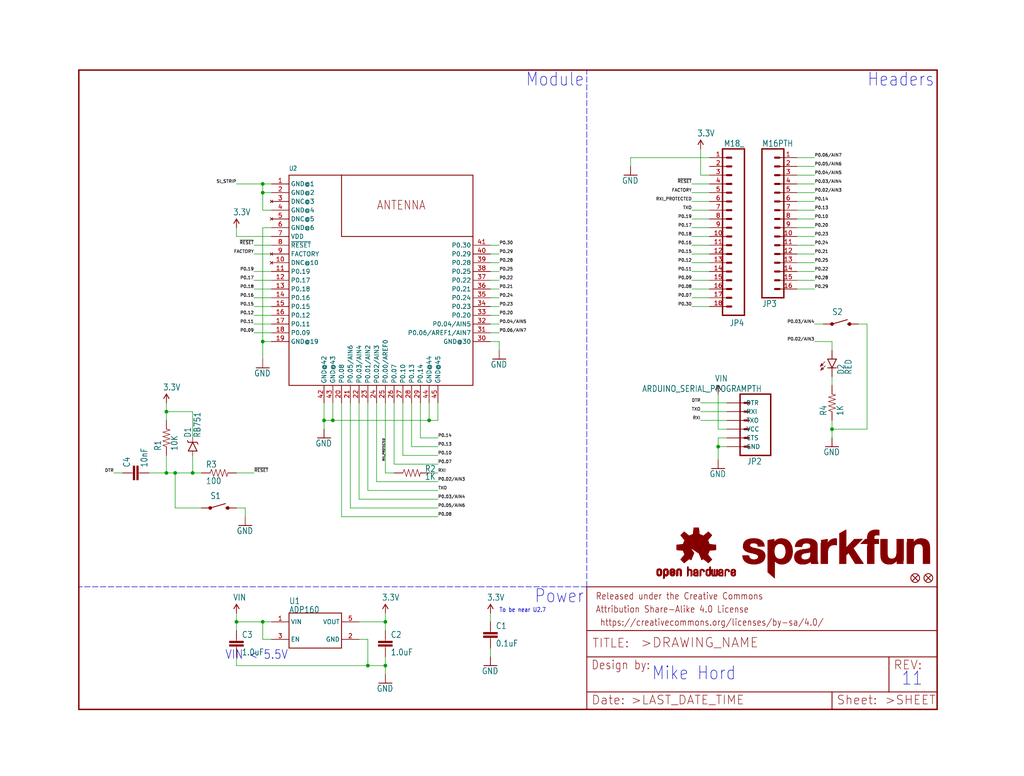
<source format=kicad_sch>
(kicad_sch (version 20211123) (generator eeschema)
  (paper "User" 297.002 225.069)
  (lib_symbols
    (symbol "schematicEagle-eagle-import:0.1UF-25V(+80{slash}-20%)(0603)"
      (property "Reference" "C" (at 1.524 2.921 0))
      (property "Value" "0.1UF-25V(+80{slash}-20%)(0603)" (at 1.524 -2.159 0))
      (symbol "0.1UF-25V(+80{slash}-20%)(0603)_1_0"
        (pin passive line (at 0 5.08 270) (length 2.54) (name "1") (number "1"))
        (pin passive line (at 0 -2.54 90) (length 2.54) (name "2") (number "2"))
      )
    )
    (symbol "schematicEagle-eagle-import:1.0UF-16V-10%(0603)"
      (property "Reference" "C" (at 1.524 2.921 0))
      (property "Value" "1.0UF-16V-10%(0603)" (at 1.524 -2.159 0))
      (symbol "1.0UF-16V-10%(0603)_1_0"
        (pin passive line (at 0 5.08 270) (length 2.54) (name "1") (number "1"))
        (pin passive line (at 0 -2.54 90) (length 2.54) (name "2") (number "2"))
      )
    )
    (symbol "schematicEagle-eagle-import:100OHM-1{slash}10W-1%(0603)"
      (property "Reference" "R" (at -3.81 1.4986 0))
      (property "Value" "100OHM-1{slash}10W-1%(0603)" (at -3.81 -3.302 0))
      (symbol "100OHM-1{slash}10W-1%(0603)_1_0"
        (pin passive line (at -5.08 0 0) (length 2.54) (name "1") (number "1"))
        (pin passive line (at 5.08 0 180) (length 2.54) (name "2") (number "2"))
      )
    )
    (symbol "schematicEagle-eagle-import:10KOHM-1{slash}10W-1%(0603)0603"
      (property "Reference" "R" (at -3.81 1.4986 0))
      (property "Value" "10KOHM-1{slash}10W-1%(0603)0603" (at -3.81 -3.302 0))
      (symbol "10KOHM-1{slash}10W-1%(0603)0603_1_0"
        (pin passive line (at -5.08 0 0) (length 2.54) (name "1") (number "1"))
        (pin passive line (at 5.08 0 180) (length 2.54) (name "2") (number "2"))
      )
    )
    (symbol "schematicEagle-eagle-import:10NF{slash}10000PF-50V-10%(0603)"
      (property "Reference" "C" (at 1.524 2.921 0))
      (property "Value" "10NF{slash}10000PF-50V-10%(0603)" (at 1.524 -2.159 0))
      (symbol "10NF{slash}10000PF-50V-10%(0603)_1_0"
        (pin passive line (at 0 5.08 270) (length 2.54) (name "1") (number "1"))
        (pin passive line (at 0 -2.54 90) (length 2.54) (name "2") (number "2"))
      )
    )
    (symbol "schematicEagle-eagle-import:1KOHM-1{slash}10W-1%(0603)"
      (property "Reference" "R" (at -3.81 1.4986 0))
      (property "Value" "1KOHM-1{slash}10W-1%(0603)" (at -3.81 -3.302 0))
      (symbol "1KOHM-1{slash}10W-1%(0603)_1_0"
        (pin passive line (at -5.08 0 0) (length 2.54) (name "1") (number "1"))
        (pin passive line (at 5.08 0 180) (length 2.54) (name "2") (number "2"))
      )
    )
    (symbol "schematicEagle-eagle-import:3.3V" (power)
      (property "Value" "3.3V" (at -1.016 3.556 0))
      (symbol "3.3V_1_0"
        (pin power_in line (at 0 0 90) (length 2.54) (name "3.3V") (number "1"))
      )
    )
    (symbol "schematicEagle-eagle-import:ADP160"
      (property "Reference" "U" (at -7.62 7.62 0))
      (property "Value" "ADP160" (at -7.62 5.08 0))
      (symbol "ADP160_1_0"
        (pin bidirectional line (at -12.7 2.54 0) (length 5.08) (name "VIN") (number "1"))
        (pin bidirectional line (at 12.7 -2.54 180) (length 5.08) (name "GND") (number "2"))
        (pin bidirectional line (at -12.7 -2.54 0) (length 5.08) (name "EN") (number "3"))
        (pin bidirectional line (at 12.7 2.54 180) (length 5.08) (name "VOUT") (number "5"))
      )
    )
    (symbol "schematicEagle-eagle-import:ARDUINO_SERIAL_PROGRAMPTH"
      (property "Reference" "JP" (at -5.08 10.922 0))
      (property "Value" "ARDUINO_SERIAL_PROGRAMPTH" (at -5.08 -10.16 0))
      (symbol "ARDUINO_SERIAL_PROGRAMPTH_1_0"
        (pin passive line (at 5.08 -5.08 180) (length 5.08) (name "DTR") (number "1"))
        (pin passive line (at 5.08 -2.54 180) (length 5.08) (name "RXI") (number "2"))
        (pin passive line (at 5.08 0 180) (length 5.08) (name "TXO") (number "3"))
        (pin passive line (at 5.08 2.54 180) (length 5.08) (name "VCC") (number "4"))
        (pin passive line (at 5.08 5.08 180) (length 5.08) (name "CTS") (number "5"))
        (pin passive line (at 5.08 7.62 180) (length 5.08) (name "GND") (number "6"))
      )
    )
    (symbol "schematicEagle-eagle-import:DIODE-SCHOTTKY-RB751"
      (property "Reference" "D" (at 2.54 0.4826 0))
      (property "Value" "DIODE-SCHOTTKY-RB751" (at 2.54 -2.3114 0))
      (symbol "DIODE-SCHOTTKY-RB751_1_0"
        (pin passive line (at -2.54 0 0) (length 0) (name "A") (number "A"))
        (pin passive line (at 2.54 0 180) (length 0) (name "C") (number "C"))
      )
    )
    (symbol "schematicEagle-eagle-import:FIDUCIALUFIDUCIAL")
    (symbol "schematicEagle-eagle-import:FRAME-LETTER"
      (symbol "FRAME-LETTER_2_0"
        (text " https://creativecommons.org/licenses/by-sa/4.0/" (at 2.54 24.13 0) (effects (font (size 1.9304 1.6408)) (justify left bottom)))
        (text ">DRAWING_NAME" (at 15.494 17.78 0) (effects (font (size 2.7432 2.7432)) (justify left bottom)))
        (text ">LAST_DATE_TIME" (at 12.7 1.27 0) (effects (font (size 2.54 2.54)) (justify left bottom)))
        (text ">SHEET" (at 86.36 1.27 0) (effects (font (size 2.54 2.54)) (justify left bottom)))
        (text "Attribution Share-Alike 4.0 License" (at 2.54 27.94 0) (effects (font (size 1.9304 1.6408)) (justify left bottom)))
        (text "Date:" (at 1.27 1.27 0) (effects (font (size 2.54 2.54)) (justify left bottom)))
        (text "Design by:" (at 1.27 11.43 0) (effects (font (size 2.54 2.159)) (justify left bottom)))
        (text "Released under the Creative Commons" (at 2.54 31.75 0) (effects (font (size 1.9304 1.6408)) (justify left bottom)))
        (text "REV:" (at 88.9 11.43 0) (effects (font (size 2.54 2.54)) (justify left bottom)))
        (text "Sheet:" (at 72.39 1.27 0) (effects (font (size 2.54 2.54)) (justify left bottom)))
        (text "TITLE:" (at 1.524 17.78 0) (effects (font (size 2.54 2.54)) (justify left bottom)))
      )
    )
    (symbol "schematicEagle-eagle-import:GND" (power)
      (property "Value" "GND" (at -2.54 -2.54 0))
      (symbol "GND_1_0"
        (pin power_in line (at 0 2.54 270) (length 2.54) (name "GND") (number "1"))
      )
    )
    (symbol "schematicEagle-eagle-import:LED-RED0603"
      (property "Reference" "D" (at 3.556 -4.572 90))
      (property "Value" "LED-RED0603" (at 5.715 -4.572 90))
      (symbol "LED-RED0603_1_0"
        (pin passive line (at 0 2.54 270) (length 2.54) (name "A") (number "A"))
        (pin passive line (at 0 -5.08 90) (length 2.54) (name "C") (number "C"))
      )
    )
    (symbol "schematicEagle-eagle-import:M16PTH"
      (property "Reference" "JP" (at 0 21.082 0))
      (property "Value" "M16PTH" (at 0 -25.4 0))
      (symbol "M16PTH_1_0"
        (pin passive line (at 10.16 -20.32 180) (length 5.08) (name "1") (number "1"))
        (pin passive line (at 10.16 2.54 180) (length 5.08) (name "10") (number "10"))
        (pin passive line (at 10.16 5.08 180) (length 5.08) (name "11") (number "11"))
        (pin passive line (at 10.16 7.62 180) (length 5.08) (name "12") (number "12"))
        (pin passive line (at 10.16 10.16 180) (length 5.08) (name "13") (number "13"))
        (pin passive line (at 10.16 12.7 180) (length 5.08) (name "14") (number "14"))
        (pin passive line (at 10.16 15.24 180) (length 5.08) (name "15") (number "15"))
        (pin passive line (at 10.16 17.78 180) (length 5.08) (name "16") (number "16"))
        (pin passive line (at 10.16 -17.78 180) (length 5.08) (name "2") (number "2"))
        (pin passive line (at 10.16 -15.24 180) (length 5.08) (name "3") (number "3"))
        (pin passive line (at 10.16 -12.7 180) (length 5.08) (name "4") (number "4"))
        (pin passive line (at 10.16 -10.16 180) (length 5.08) (name "5") (number "5"))
        (pin passive line (at 10.16 -7.62 180) (length 5.08) (name "6") (number "6"))
        (pin passive line (at 10.16 -5.08 180) (length 5.08) (name "7") (number "7"))
        (pin passive line (at 10.16 -2.54 180) (length 5.08) (name "8") (number "8"))
        (pin passive line (at 10.16 0 180) (length 5.08) (name "9") (number "9"))
      )
    )
    (symbol "schematicEagle-eagle-import:M18_"
      (property "Reference" "JP" (at -2.54 24.13 0))
      (property "Value" "M18_" (at -2.54 -27.94 0))
      (symbol "M18__1_0"
        (pin passive line (at 7.62 -22.86 180) (length 5.08) (name "1") (number "1"))
        (pin passive line (at 7.62 0 180) (length 5.08) (name "10") (number "10"))
        (pin passive line (at 7.62 2.54 180) (length 5.08) (name "11") (number "11"))
        (pin passive line (at 7.62 5.08 180) (length 5.08) (name "12") (number "12"))
        (pin passive line (at 7.62 7.62 180) (length 5.08) (name "13") (number "13"))
        (pin passive line (at 7.62 10.16 180) (length 5.08) (name "14") (number "14"))
        (pin passive line (at 7.62 12.7 180) (length 5.08) (name "15") (number "15"))
        (pin passive line (at 7.62 15.24 180) (length 5.08) (name "16") (number "16"))
        (pin passive line (at 7.62 17.78 180) (length 5.08) (name "17") (number "17"))
        (pin passive line (at 7.62 20.32 180) (length 5.08) (name "18") (number "18"))
        (pin passive line (at 7.62 -20.32 180) (length 5.08) (name "2") (number "2"))
        (pin passive line (at 7.62 -17.78 180) (length 5.08) (name "3") (number "3"))
        (pin passive line (at 7.62 -15.24 180) (length 5.08) (name "4") (number "4"))
        (pin passive line (at 7.62 -12.7 180) (length 5.08) (name "5") (number "5"))
        (pin passive line (at 7.62 -10.16 180) (length 5.08) (name "6") (number "6"))
        (pin passive line (at 7.62 -7.62 180) (length 5.08) (name "7") (number "7"))
        (pin passive line (at 7.62 -5.08 180) (length 5.08) (name "8") (number "8"))
        (pin passive line (at 7.62 -2.54 180) (length 5.08) (name "9") (number "9"))
      )
    )
    (symbol "schematicEagle-eagle-import:OSHW-LOGOS")
    (symbol "schematicEagle-eagle-import:RFD77101"
      (property "Value" "RFD77101" (at 17.78 34.036 0))
      (symbol "RFD77101_1_0"
        (text "ANTENNA" (at 0 22.86 0) (effects (font (size 2.54 2.159)) (justify left bottom)))
        (pin power_in line (at -30.48 30.48 0) (length 5.08) (name "GND@1") (number "1"))
        (pin no_connect line (at -30.48 7.62 0) (length 5.08) (name "DNC@10") (number "10"))
        (pin bidirectional line (at -30.48 5.08 0) (length 5.08) (name "P0.19") (number "11"))
        (pin bidirectional line (at -30.48 2.54 0) (length 5.08) (name "P0.17") (number "12"))
        (pin bidirectional line (at -30.48 0 0) (length 5.08) (name "P0.18") (number "13"))
        (pin bidirectional line (at -30.48 -2.54 0) (length 5.08) (name "P0.16") (number "14"))
        (pin bidirectional line (at -30.48 -5.08 0) (length 5.08) (name "P0.15") (number "15"))
        (pin bidirectional line (at -30.48 -7.62 0) (length 5.08) (name "P0.12") (number "16"))
        (pin bidirectional line (at -30.48 -10.16 0) (length 5.08) (name "P0.11") (number "17"))
        (pin bidirectional line (at -30.48 -12.7 0) (length 5.08) (name "P0.09") (number "18"))
        (pin power_in line (at -30.48 -15.24 0) (length 5.08) (name "GND@19") (number "19"))
        (pin power_in line (at -30.48 27.94 0) (length 5.08) (name "GND@2") (number "2"))
        (pin bidirectional line (at -10.16 -33.02 90) (length 5.08) (name "P0.08") (number "20"))
        (pin bidirectional line (at -7.62 -33.02 90) (length 5.08) (name "P0.05/AIN6") (number "21"))
        (pin bidirectional line (at -5.08 -33.02 90) (length 5.08) (name "P0.03/AIN4") (number "22"))
        (pin bidirectional line (at -2.54 -33.02 90) (length 5.08) (name "P0.01/AIN2") (number "23"))
        (pin bidirectional line (at 0 -33.02 90) (length 5.08) (name "P0.02/AIN3") (number "24"))
        (pin bidirectional line (at 2.54 -33.02 90) (length 5.08) (name "P0.00/AREF0") (number "25"))
        (pin bidirectional line (at 5.08 -33.02 90) (length 5.08) (name "P0.07") (number "26"))
        (pin bidirectional line (at 7.62 -33.02 90) (length 5.08) (name "P0.10") (number "27"))
        (pin bidirectional line (at 10.16 -33.02 90) (length 5.08) (name "P0.13") (number "28"))
        (pin bidirectional line (at 12.7 -33.02 90) (length 5.08) (name "P0.14") (number "29"))
        (pin no_connect line (at -30.48 25.4 0) (length 5.08) (name "DNC@3") (number "3"))
        (pin power_in line (at 33.02 -15.24 180) (length 5.08) (name "GND@30") (number "30"))
        (pin bidirectional line (at 33.02 -12.7 180) (length 5.08) (name "P0.06/AREF1/AIN7") (number "31"))
        (pin bidirectional line (at 33.02 -10.16 180) (length 5.08) (name "P0.04/AIN5") (number "32"))
        (pin bidirectional line (at 33.02 -7.62 180) (length 5.08) (name "P0.20") (number "33"))
        (pin bidirectional line (at 33.02 -5.08 180) (length 5.08) (name "P0.23") (number "34"))
        (pin bidirectional line (at 33.02 -2.54 180) (length 5.08) (name "P0.24") (number "35"))
        (pin bidirectional line (at 33.02 0 180) (length 5.08) (name "P0.21") (number "36"))
        (pin bidirectional line (at 33.02 2.54 180) (length 5.08) (name "P0.22") (number "37"))
        (pin bidirectional line (at 33.02 5.08 180) (length 5.08) (name "P0.25") (number "38"))
        (pin bidirectional line (at 33.02 7.62 180) (length 5.08) (name "P0.28") (number "39"))
        (pin power_in line (at -30.48 22.86 0) (length 5.08) (name "GND@4") (number "4"))
        (pin bidirectional line (at 33.02 10.16 180) (length 5.08) (name "P0.29") (number "40"))
        (pin bidirectional line (at 33.02 12.7 180) (length 5.08) (name "P0.30") (number "41"))
        (pin power_in line (at -15.24 -33.02 90) (length 5.08) (name "GND@42") (number "42"))
        (pin power_in line (at -12.7 -33.02 90) (length 5.08) (name "GND@43") (number "43"))
        (pin power_in line (at 15.24 -33.02 90) (length 5.08) (name "GND@44") (number "44"))
        (pin power_in line (at 17.78 -33.02 90) (length 5.08) (name "GND@45") (number "45"))
        (pin no_connect line (at -30.48 20.32 0) (length 5.08) (name "DNC@5") (number "5"))
        (pin power_in line (at -30.48 17.78 0) (length 5.08) (name "GND@6") (number "6"))
        (pin power_in line (at -30.48 15.24 0) (length 5.08) (name "VDD") (number "7"))
        (pin input line (at -30.48 12.7 0) (length 5.08) (name "~{RESET}") (number "8"))
        (pin no_connect line (at -30.48 10.16 0) (length 5.08) (name "FACTORY") (number "9"))
      )
    )
    (symbol "schematicEagle-eagle-import:SFE_LOGO_NAME.1_INCH")
    (symbol "schematicEagle-eagle-import:SWITCH-MOMENTARY-2SMD"
      (property "Reference" "S" (at -2.54 2.54 0))
      (property "Value" "SWITCH-MOMENTARY-2SMD" (at -2.54 -2.54 0))
      (symbol "SWITCH-MOMENTARY-2SMD_1_0"
        (pin passive line (at -5.08 0 0) (length 2.54) (name "1") (number "1"))
        (pin passive line (at 5.08 0 180) (length 2.54) (name "2") (number "3"))
      )
    )
    (symbol "schematicEagle-eagle-import:VIN" (power)
      (property "Value" "VIN" (at -1.016 3.556 0))
      (symbol "VIN_1_0"
        (pin power_in line (at 0 0 90) (length 2.54) (name "VIN") (number "1"))
      )
    )
  )
  (junction (at 48.26 119.38))
  (junction (at 111.76 180.34))
  (junction (at 76.2 55.88))
  (junction (at 76.2 180.34))
  (junction (at 93.98 121.92))
  (junction (at 48.26 137.16))
  (junction (at 76.2 53.34))
  (junction (at 96.52 121.92))
  (junction (at 106.68 193.04))
  (junction (at 111.76 193.04))
  (junction (at 50.8 137.16))
  (junction (at 68.58 180.34))
  (junction (at 76.2 99.06))
  (junction (at 55.88 137.16))
  (junction (at 124.46 121.92))
  (junction (at 241.3 124.46))
  (junction (at 208.28 129.54))
  (wire (pts (xy 68.58 190.5) (xy 68.58 193.04)))
  (wire (pts (xy 76.2 55.88) (xy 76.2 53.34)))
  (wire (pts (xy 96.52 116.84) (xy 96.52 121.92)))
  (wire (pts (xy 114.3 116.84) (xy 114.3 134.62)))
  (wire (pts (xy 231.14 58.42) (xy 236.22 58.42)))
  (wire (pts (xy 76.2 99.06) (xy 76.2 104.14)))
  (wire (pts (xy 231.14 45.72) (xy 236.22 45.72)))
  (wire (pts (xy 76.2 180.34) (xy 78.74 180.34)))
  (wire (pts (xy 104.14 116.84) (xy 104.14 144.78)))
  (wire (pts (xy 78.74 55.88) (xy 76.2 55.88)))
  (wire (pts (xy 231.14 60.96) (xy 236.22 60.96)))
  (wire (pts (xy 114.3 134.62) (xy 127 134.62)))
  (wire (pts (xy 205.74 83.82) (xy 200.66 83.82)))
  (wire (pts (xy 119.38 129.54) (xy 127 129.54)))
  (wire (pts (xy 101.6 147.32) (xy 127 147.32)))
  (wire (pts (xy 142.24 96.52) (xy 144.78 96.52)))
  (wire (pts (xy 142.24 81.28) (xy 144.78 81.28)))
  (wire (pts (xy 73.66 86.36) (xy 78.74 86.36)))
  (wire (pts (xy 78.74 185.42) (xy 76.2 185.42)))
  (wire (pts (xy 78.74 91.44) (xy 73.66 91.44)))
  (wire (pts (xy 104.14 144.78) (xy 127 144.78)))
  (wire (pts (xy 104.14 180.34) (xy 111.76 180.34)))
  (wire (pts (xy 93.98 116.84) (xy 93.98 121.92)))
  (wire (pts (xy 78.74 93.98) (xy 73.66 93.98)))
  (wire (pts (xy 241.3 101.6) (xy 241.3 99.06)))
  (wire (pts (xy 58.42 147.32) (xy 50.8 147.32)))
  (wire (pts (xy 68.58 68.58) (xy 68.58 66.04)))
  (wire (pts (xy 205.74 86.36) (xy 200.66 86.36)))
  (wire (pts (xy 203.2 50.8) (xy 203.2 43.18)))
  (wire (pts (xy 205.74 53.34) (xy 200.66 53.34)))
  (wire (pts (xy 241.3 109.22) (xy 241.3 111.76)))
  (wire (pts (xy 76.2 99.06) (xy 76.2 66.04)))
  (wire (pts (xy 205.74 55.88) (xy 200.66 55.88)))
  (wire (pts (xy 71.12 147.32) (xy 71.12 149.86)))
  (wire (pts (xy 109.22 139.7) (xy 127 139.7)))
  (wire (pts (xy 68.58 182.88) (xy 68.58 180.34)))
  (wire (pts (xy 55.88 137.16) (xy 55.88 132.08)))
  (wire (pts (xy 142.24 88.9) (xy 144.78 88.9)))
  (wire (pts (xy 144.78 99.06) (xy 144.78 101.6)))
  (wire (pts (xy 241.3 99.06) (xy 236.22 99.06)))
  (wire (pts (xy 142.24 86.36) (xy 144.78 86.36)))
  (wire (pts (xy 111.76 116.84) (xy 111.76 137.16)))
  (wire (pts (xy 68.58 193.04) (xy 106.68 193.04)))
  (wire (pts (xy 55.88 119.38) (xy 48.26 119.38)))
  (wire (pts (xy 111.76 137.16) (xy 114.3 137.16)))
  (wire (pts (xy 111.76 193.04) (xy 106.68 193.04)))
  (wire (pts (xy 210.82 116.84) (xy 203.2 116.84)))
  (wire (pts (xy 101.6 116.84) (xy 101.6 147.32)))
  (wire (pts (xy 142.24 78.74) (xy 144.78 78.74)))
  (wire (pts (xy 231.14 78.74) (xy 236.22 78.74)))
  (wire (pts (xy 93.98 121.92) (xy 93.98 124.46)))
  (wire (pts (xy 119.38 116.84) (xy 119.38 129.54)))
  (wire (pts (xy 68.58 177.8) (xy 68.58 180.34)))
  (wire (pts (xy 111.76 177.8) (xy 111.76 180.34)))
  (wire (pts (xy 210.82 127) (xy 208.28 127)))
  (wire (pts (xy 68.58 137.16) (xy 73.66 137.16)))
  (wire (pts (xy 78.74 66.04) (xy 76.2 66.04)))
  (wire (pts (xy 76.2 185.42) (xy 76.2 180.34)))
  (wire (pts (xy 142.24 180.34) (xy 142.24 177.8)))
  (polyline (pts (xy 170.18 170.18) (xy 170.18 20.32)))
  (wire (pts (xy 231.14 48.26) (xy 236.22 48.26)))
  (wire (pts (xy 182.88 45.72) (xy 205.74 45.72)))
  (wire (pts (xy 231.14 71.12) (xy 236.22 71.12)))
  (wire (pts (xy 106.68 142.24) (xy 127 142.24)))
  (wire (pts (xy 205.74 63.5) (xy 200.66 63.5)))
  (wire (pts (xy 78.74 60.96) (xy 76.2 60.96)))
  (wire (pts (xy 142.24 93.98) (xy 144.78 93.98)))
  (wire (pts (xy 231.14 50.8) (xy 236.22 50.8)))
  (wire (pts (xy 210.82 119.38) (xy 203.2 119.38)))
  (wire (pts (xy 43.18 137.16) (xy 48.26 137.16)))
  (wire (pts (xy 48.26 137.16) (xy 48.26 132.08)))
  (wire (pts (xy 124.46 137.16) (xy 127 137.16)))
  (wire (pts (xy 231.14 66.04) (xy 236.22 66.04)))
  (wire (pts (xy 106.68 185.42) (xy 106.68 193.04)))
  (wire (pts (xy 203.2 50.8) (xy 205.74 50.8)))
  (wire (pts (xy 251.46 93.98) (xy 251.46 124.46)))
  (wire (pts (xy 208.28 127) (xy 208.28 129.54)))
  (wire (pts (xy 73.66 81.28) (xy 78.74 81.28)))
  (wire (pts (xy 55.88 137.16) (xy 58.42 137.16)))
  (wire (pts (xy 96.52 121.92) (xy 124.46 121.92)))
  (wire (pts (xy 111.76 180.34) (xy 111.76 182.88)))
  (wire (pts (xy 142.24 83.82) (xy 144.78 83.82)))
  (wire (pts (xy 68.58 180.34) (xy 76.2 180.34)))
  (wire (pts (xy 231.14 73.66) (xy 236.22 73.66)))
  (wire (pts (xy 142.24 71.12) (xy 144.78 71.12)))
  (wire (pts (xy 106.68 116.84) (xy 106.68 142.24)))
  (wire (pts (xy 205.74 66.04) (xy 200.66 66.04)))
  (wire (pts (xy 231.14 63.5) (xy 236.22 63.5)))
  (wire (pts (xy 205.74 78.74) (xy 200.66 78.74)))
  (wire (pts (xy 48.26 121.92) (xy 48.26 119.38)))
  (wire (pts (xy 78.74 68.58) (xy 68.58 68.58)))
  (wire (pts (xy 208.28 129.54) (xy 210.82 129.54)))
  (wire (pts (xy 142.24 76.2) (xy 144.78 76.2)))
  (wire (pts (xy 205.74 68.58) (xy 200.66 68.58)))
  (wire (pts (xy 248.92 93.98) (xy 251.46 93.98)))
  (wire (pts (xy 116.84 132.08) (xy 127 132.08)))
  (wire (pts (xy 241.3 121.92) (xy 241.3 124.46)))
  (wire (pts (xy 241.3 124.46) (xy 241.3 127)))
  (wire (pts (xy 99.06 149.86) (xy 127 149.86)))
  (wire (pts (xy 231.14 83.82) (xy 236.22 83.82)))
  (wire (pts (xy 55.88 127) (xy 55.88 119.38)))
  (wire (pts (xy 127 121.92) (xy 127 116.84)))
  (wire (pts (xy 78.74 99.06) (xy 76.2 99.06)))
  (wire (pts (xy 35.56 137.16) (xy 33.02 137.16)))
  (wire (pts (xy 111.76 195.58) (xy 111.76 193.04)))
  (wire (pts (xy 76.2 60.96) (xy 76.2 55.88)))
  (wire (pts (xy 142.24 187.96) (xy 142.24 190.5)))
  (wire (pts (xy 76.2 53.34) (xy 78.74 53.34)))
  (wire (pts (xy 73.66 83.82) (xy 78.74 83.82)))
  (wire (pts (xy 205.74 81.28) (xy 200.66 81.28)))
  (wire (pts (xy 48.26 137.16) (xy 50.8 137.16)))
  (wire (pts (xy 205.74 73.66) (xy 200.66 73.66)))
  (wire (pts (xy 124.46 121.92) (xy 127 121.92)))
  (wire (pts (xy 50.8 137.16) (xy 55.88 137.16)))
  (wire (pts (xy 124.46 121.92) (xy 124.46 116.84)))
  (wire (pts (xy 231.14 76.2) (xy 236.22 76.2)))
  (wire (pts (xy 50.8 147.32) (xy 50.8 137.16)))
  (wire (pts (xy 231.14 53.34) (xy 236.22 53.34)))
  (polyline (pts (xy 170.18 170.18) (xy 22.86 170.18)))
  (wire (pts (xy 231.14 68.58) (xy 236.22 68.58)))
  (wire (pts (xy 116.84 116.84) (xy 116.84 132.08)))
  (wire (pts (xy 78.74 88.9) (xy 73.66 88.9)))
  (wire (pts (xy 109.22 116.84) (xy 109.22 139.7)))
  (wire (pts (xy 48.26 119.38) (xy 48.26 116.84)))
  (wire (pts (xy 231.14 81.28) (xy 236.22 81.28)))
  (wire (pts (xy 121.92 127) (xy 127 127)))
  (wire (pts (xy 78.74 96.52) (xy 73.66 96.52)))
  (wire (pts (xy 208.28 114.3) (xy 208.28 124.46)))
  (wire (pts (xy 121.92 116.84) (xy 121.92 127)))
  (wire (pts (xy 210.82 121.92) (xy 203.2 121.92)))
  (wire (pts (xy 205.74 88.9) (xy 200.66 88.9)))
  (wire (pts (xy 205.74 76.2) (xy 200.66 76.2)))
  (wire (pts (xy 251.46 124.46) (xy 241.3 124.46)))
  (wire (pts (xy 78.74 71.12) (xy 73.66 71.12)))
  (wire (pts (xy 76.2 53.34) (xy 68.58 53.34)))
  (wire (pts (xy 73.66 78.74) (xy 78.74 78.74)))
  (wire (pts (xy 111.76 190.5) (xy 111.76 193.04)))
  (wire (pts (xy 231.14 55.88) (xy 236.22 55.88)))
  (wire (pts (xy 93.98 121.92) (xy 96.52 121.92)))
  (wire (pts (xy 104.14 185.42) (xy 106.68 185.42)))
  (wire (pts (xy 142.24 73.66) (xy 144.78 73.66)))
  (wire (pts (xy 205.74 60.96) (xy 200.66 60.96)))
  (wire (pts (xy 205.74 58.42) (xy 200.66 58.42)))
  (wire (pts (xy 238.76 93.98) (xy 236.22 93.98)))
  (wire (pts (xy 99.06 116.84) (xy 99.06 149.86)))
  (wire (pts (xy 208.28 124.46) (xy 210.82 124.46)))
  (wire (pts (xy 78.74 73.66) (xy 73.66 73.66)))
  (wire (pts (xy 142.24 91.44) (xy 144.78 91.44)))
  (wire (pts (xy 208.28 133.35) (xy 208.28 129.54)))
  (wire (pts (xy 68.58 147.32) (xy 71.12 147.32)))
  (wire (pts (xy 205.74 71.12) (xy 200.66 71.12)))
  (wire (pts (xy 142.24 99.06) (xy 144.78 99.06)))
  (wire (pts (xy 182.88 48.26) (xy 182.88 45.72)))
  (text "11" (at 261.366 199.136 180) (effects (font (size 3.81 3.2385)) (justify left bottom)))
  (text "To be near U2.7" (at 144.78 177.8 180) (effects (font (size 1.27 1.0795)) (justify left bottom)))
  (text "Power" (at 154.94 175.26 180) (effects (font (size 3.81 3.2385)) (justify left bottom)))
  (text "Headers" (at 251.46 25.4 180) (effects (font (size 3.81 3.2385)) (justify left bottom)))
  (text "VIN < 5.5V" (at 65.278 191.516 180) (effects (font (size 2.54 2.159)) (justify left bottom)))
  (text "Mike Hord" (at 188.976 197.612 180) (effects (font (size 3.81 3.2385)) (justify left bottom)))
  (text "Module" (at 152.4 25.4 180) (effects (font (size 3.81 3.2385)) (justify left bottom)))
  (label "P0.14" (at 127 127 0) (effects (font (size 0.889 0.889))))
  (label "P0.22" (at 236.22 78.74 0) (effects (font (size 0.889 0.889))))
  (label "P0.07" (at 127 134.62 0) (effects (font (size 0.889 0.889))))
  (label "P0.30" (at 200.66 88.9 180) (effects (font (size 0.889 0.889))))
  (label "DTR" (at 203.2 116.84 180) (effects (font (size 0.889 0.889))))
  (label "P0.21" (at 144.78 83.82 0) (effects (font (size 0.889 0.889))))
  (label "P0.08" (at 200.66 83.82 180) (effects (font (size 0.889 0.889))))
  (label "~{RESET}" (at 73.66 71.12 180) (effects (font (size 0.889 0.889))))
  (label "P0.13" (at 127 129.54 0) (effects (font (size 0.889 0.889))))
  (label "P0.02/AIN3" (at 127 139.7 0) (effects (font (size 0.889 0.889))))
  (label "P0.12" (at 73.66 91.44 180) (effects (font (size 0.889 0.889))))
  (label "TXO" (at 203.2 119.38 180) (effects (font (size 0.889 0.889))))
  (label "P0.04/AIN5" (at 236.22 50.8 0) (effects (font (size 0.889 0.889))))
  (label "~{RESET}" (at 73.66 137.16 0) (effects (font (size 0.889 0.889))))
  (label "P0.20" (at 236.22 66.04 0) (effects (font (size 0.889 0.889))))
  (label "P0.19" (at 73.66 78.74 180) (effects (font (size 0.889 0.889))))
  (label "P0.06/AIN7" (at 144.78 96.52 0) (effects (font (size 0.889 0.889))))
  (label "P0.05/AIN6" (at 236.22 48.26 0) (effects (font (size 0.889 0.889))))
  (label "P0.07" (at 200.66 86.36 180) (effects (font (size 0.889 0.889))))
  (label "RXI_PROTECTED" (at 111.76 127 270) (effects (font (size 0.569 0.569))))
  (label "RXI" (at 127 137.16 0) (effects (font (size 0.889 0.889))))
  (label "P0.05/AIN6" (at 127 147.32 0) (effects (font (size 0.889 0.889))))
  (label "P0.15" (at 200.66 73.66 180) (effects (font (size 0.889 0.889))))
  (label "P0.13" (at 236.22 60.96 0) (effects (font (size 0.889 0.889))))
  (label "P0.03/AIN4" (at 127 144.78 0) (effects (font (size 0.889 0.889))))
  (label "P0.02/AIN3" (at 236.22 99.06 180) (effects (font (size 0.889 0.889))))
  (label "P0.03/AIN4" (at 236.22 93.98 180) (effects (font (size 0.889 0.889))))
  (label "P0.22" (at 144.78 81.28 0) (effects (font (size 0.889 0.889))))
  (label "P0.11" (at 200.66 78.74 180) (effects (font (size 0.889 0.889))))
  (label "P0.16" (at 73.66 86.36 180) (effects (font (size 0.889 0.889))))
  (label "P0.17" (at 200.66 66.04 180) (effects (font (size 0.889 0.889))))
  (label "P0.23" (at 236.22 68.58 0) (effects (font (size 0.889 0.889))))
  (label "SI_STRIP" (at 68.58 53.34 180) (effects (font (size 0.889 0.889))))
  (label "P0.04/AIN5" (at 144.78 93.98 0) (effects (font (size 0.889 0.889))))
  (label "P0.18" (at 200.66 68.58 180) (effects (font (size 0.889 0.889))))
  (label "P0.29" (at 144.78 73.66 0) (effects (font (size 0.889 0.889))))
  (label "P0.16" (at 200.66 71.12 180) (effects (font (size 0.889 0.889))))
  (label "TXO" (at 127 142.24 0) (effects (font (size 0.889 0.889))))
  (label "P0.06/AIN7" (at 236.22 45.72 0) (effects (font (size 0.889 0.889))))
  (label "P0.08" (at 127 149.86 0) (effects (font (size 0.889 0.889))))
  (label "P0.29" (at 236.22 83.82 0) (effects (font (size 0.889 0.889))))
  (label "P0.11" (at 73.66 93.98 180) (effects (font (size 0.889 0.889))))
  (label "DTR" (at 33.02 137.16 180) (effects (font (size 0.889 0.889))))
  (label "P0.24" (at 144.78 86.36 0) (effects (font (size 0.889 0.889))))
  (label "P0.03/AIN4" (at 236.22 53.34 0) (effects (font (size 0.889 0.889))))
  (label "~{RESET}" (at 200.66 53.34 180) (effects (font (size 0.889 0.889))))
  (label "P0.25" (at 144.78 78.74 0) (effects (font (size 0.889 0.889))))
  (label "P0.17" (at 73.66 81.28 180) (effects (font (size 0.889 0.889))))
  (label "P0.18" (at 73.66 83.82 180) (effects (font (size 0.889 0.889))))
  (label "P0.09" (at 73.66 96.52 180) (effects (font (size 0.889 0.889))))
  (label "RXI_PROTECTED" (at 200.66 58.42 180) (effects (font (size 0.889 0.889))))
  (label "FACTORY" (at 73.66 73.66 180) (effects (font (size 0.889 0.889))))
  (label "P0.20" (at 144.78 91.44 0) (effects (font (size 0.889 0.889))))
  (label "FACTORY" (at 200.66 55.88 180) (effects (font (size 0.889 0.889))))
  (label "P0.28" (at 144.78 76.2 0) (effects (font (size 0.889 0.889))))
  (label "TXO" (at 200.66 60.96 180) (effects (font (size 0.889 0.889))))
  (label "P0.10" (at 127 132.08 0) (effects (font (size 0.889 0.889))))
  (label "P0.24" (at 236.22 71.12 0) (effects (font (size 0.889 0.889))))
  (label "P0.21" (at 236.22 73.66 0) (effects (font (size 0.889 0.889))))
  (label "P0.09" (at 200.66 81.28 180) (effects (font (size 0.889 0.889))))
  (label "P0.23" (at 144.78 88.9 0) (effects (font (size 0.889 0.889))))
  (label "P0.10" (at 236.22 63.5 0) (effects (font (size 0.889 0.889))))
  (label "P0.30" (at 144.78 71.12 0) (effects (font (size 0.889 0.889))))
  (label "P0.19" (at 200.66 63.5 180) (effects (font (size 0.889 0.889))))
  (label "P0.14" (at 236.22 58.42 0) (effects (font (size 0.889 0.889))))
  (label "P0.28" (at 236.22 81.28 0) (effects (font (size 0.889 0.889))))
  (label "P0.25" (at 236.22 76.2 0) (effects (font (size 0.889 0.889))))
  (label "P0.02/AIN3" (at 236.22 55.88 0) (effects (font (size 0.889 0.889))))
  (label "RXI" (at 203.2 121.92 180) (effects (font (size 0.889 0.889))))
  (label "P0.15" (at 73.66 88.9 180) (effects (font (size 0.889 0.889))))
  (label "P0.12" (at 200.66 76.2 180) (effects (font (size 0.889 0.889))))
  (symbol (lib_id "schematicEagle-eagle-import:OSHW-LOGOS") (at 201.93 158.75 0) (unit 1)
    (property "Reference" "LOGO4" (effects hide))
    (property "Value" "OSHW-LOGOS" (effects hide))
    (property "Footprint" "schematicEagle:OSHW-LOGO-S" (effects hide))
  )
  (symbol (lib_id "schematicEagle-eagle-import:ADP160") (at 91.44 182.88 0) (unit 1)
    (property "Reference" "U1" (at 83.82 175.26 0) (effects (font (size 1.778 1.5113)) (justify left bottom)))
    (property "Value" "ADP160" (at 83.82 177.8 0) (effects (font (size 1.778 1.5113)) (justify left bottom)))
    (property "Footprint" "schematicEagle:SOT23-5" (effects hide))
  )
  (symbol (lib_id "schematicEagle-eagle-import:GND") (at 208.28 135.89 0) (unit 1)
    (property "Reference" "#GND5" (effects hide))
    (property "Value" "GND" (at 205.74 138.43 0) (effects (font (size 1.778 1.5113)) (justify left bottom)))
    (property "Footprint" "schematicEagle:" (effects hide))
  )
  (symbol (lib_id "schematicEagle-eagle-import:GND") (at 144.78 104.14 0) (unit 1)
    (property "Reference" "#GND4" (effects hide))
    (property "Value" "GND" (at 142.24 106.68 0) (effects (font (size 1.778 1.5113)) (justify left bottom)))
    (property "Footprint" "schematicEagle:" (effects hide))
  )
  (symbol (lib_id "schematicEagle-eagle-import:FRAME-LETTER") (at 22.86 205.74 0) (unit 1)
    (property "Reference" "FRAME1" (effects hide))
    (property "Value" "FRAME-LETTER" (effects hide))
    (property "Footprint" "schematicEagle:CREATIVE_COMMONS" (effects hide))
  )
  (symbol (lib_id "schematicEagle-eagle-import:GND") (at 142.24 193.04 0) (unit 1)
    (property "Reference" "#GND7" (effects hide))
    (property "Value" "GND" (at 139.7 195.58 0) (effects (font (size 1.778 1.5113)) (justify left bottom)))
    (property "Footprint" "schematicEagle:" (effects hide))
  )
  (symbol (lib_id "schematicEagle-eagle-import:DIODE-SCHOTTKY-RB751") (at 55.88 129.54 90) (unit 1)
    (property "Reference" "D1" (at 55.3974 127 0) (effects (font (size 1.778 1.5113)) (justify left bottom)))
    (property "Value" "RB751" (at 58.1914 127 0) (effects (font (size 1.778 1.5113)) (justify left bottom)))
    (property "Footprint" "schematicEagle:SOD-523" (effects hide))
  )
  (symbol (lib_id "schematicEagle-eagle-import:3.3V") (at 48.26 116.84 0) (unit 1)
    (property "Reference" "#SUPPLY8" (effects hide))
    (property "Value" "3.3V" (at 47.244 113.284 0) (effects (font (size 1.778 1.5113)) (justify left bottom)))
    (property "Footprint" "schematicEagle:" (effects hide))
  )
  (symbol (lib_id "schematicEagle-eagle-import:1KOHM-1{slash}10W-1%(0603)") (at 241.3 116.84 90) (unit 1)
    (property "Reference" "R4" (at 239.8014 120.65 0) (effects (font (size 1.778 1.5113)) (justify left bottom)))
    (property "Value" "1K" (at 244.602 120.65 0) (effects (font (size 1.778 1.5113)) (justify left bottom)))
    (property "Footprint" "schematicEagle:0603-RES" (effects hide))
  )
  (symbol (lib_id "schematicEagle-eagle-import:FIDUCIALUFIDUCIAL") (at 265.43 167.64 0) (unit 1)
    (property "Reference" "FID2" (effects hide))
    (property "Value" "FIDUCIALUFIDUCIAL" (effects hide))
    (property "Footprint" "schematicEagle:MICRO-FIDUCIAL" (effects hide))
  )
  (symbol (lib_id "schematicEagle-eagle-import:0.1UF-25V(+80{slash}-20%)(0603)") (at 142.24 185.42 0) (unit 1)
    (property "Reference" "C1" (at 143.764 182.499 0) (effects (font (size 1.778 1.5113)) (justify left bottom)))
    (property "Value" "0.1uF" (at 143.764 187.579 0) (effects (font (size 1.778 1.5113)) (justify left bottom)))
    (property "Footprint" "schematicEagle:0603-CAP" (effects hide))
  )
  (symbol (lib_id "schematicEagle-eagle-import:SWITCH-MOMENTARY-2SMD") (at 243.84 93.98 0) (unit 1)
    (property "Reference" "S2" (at 241.3 91.44 0) (effects (font (size 1.778 1.5113)) (justify left bottom)))
    (property "Value" "SWITCH-MOMENTARY-2SMD" (effects hide))
    (property "Footprint" "schematicEagle:TACTILE-SWITCH-SMD" (effects hide))
  )
  (symbol (lib_id "schematicEagle-eagle-import:1.0UF-16V-10%(0603)") (at 68.58 187.96 0) (unit 1)
    (property "Reference" "C3" (at 70.104 185.039 0) (effects (font (size 1.778 1.5113)) (justify left bottom)))
    (property "Value" "1.0uF" (at 70.104 190.119 0) (effects (font (size 1.778 1.5113)) (justify left bottom)))
    (property "Footprint" "schematicEagle:0603-CAP" (effects hide))
  )
  (symbol (lib_id "schematicEagle-eagle-import:VIN") (at 68.58 177.8 0) (unit 1)
    (property "Reference" "#SUPPLY2" (effects hide))
    (property "Value" "VIN" (at 67.564 174.244 0) (effects (font (size 1.778 1.5113)) (justify left bottom)))
    (property "Footprint" "schematicEagle:" (effects hide))
  )
  (symbol (lib_id "schematicEagle-eagle-import:VIN") (at 208.28 114.3 0) (unit 1)
    (property "Reference" "#SUPPLY3" (effects hide))
    (property "Value" "VIN" (at 207.264 110.744 0) (effects (font (size 1.778 1.5113)) (justify left bottom)))
    (property "Footprint" "schematicEagle:" (effects hide))
  )
  (symbol (lib_id "schematicEagle-eagle-import:OSHW-LOGOS") (at 201.93 158.75 0) (unit 1)
    (property "Reference" "LOGO2" (effects hide))
    (property "Value" "OSHW-LOGOS" (effects hide))
    (property "Footprint" "schematicEagle:OSHW-LOGO-S" (effects hide))
  )
  (symbol (lib_id "schematicEagle-eagle-import:SWITCH-MOMENTARY-2SMD") (at 63.5 147.32 0) (unit 1)
    (property "Reference" "S1" (at 60.96 144.78 0) (effects (font (size 1.778 1.5113)) (justify left bottom)))
    (property "Value" "SWITCH-MOMENTARY-2SMD" (effects hide))
    (property "Footprint" "schematicEagle:TACTILE-SWITCH-SMD" (effects hide))
  )
  (symbol (lib_id "schematicEagle-eagle-import:100OHM-1{slash}10W-1%(0603)") (at 63.5 137.16 0) (unit 1)
    (property "Reference" "R3" (at 59.69 135.6614 0) (effects (font (size 1.778 1.5113)) (justify left bottom)))
    (property "Value" "100" (at 59.69 140.462 0) (effects (font (size 1.778 1.5113)) (justify left bottom)))
    (property "Footprint" "schematicEagle:0603-RES" (effects hide))
  )
  (symbol (lib_id "schematicEagle-eagle-import:10KOHM-1{slash}10W-1%(0603)0603") (at 48.26 127 90) (unit 1)
    (property "Reference" "R1" (at 46.7614 130.81 0) (effects (font (size 1.778 1.5113)) (justify left bottom)))
    (property "Value" "10K" (at 51.562 130.81 0) (effects (font (size 1.778 1.5113)) (justify left bottom)))
    (property "Footprint" "schematicEagle:0603-RES" (effects hide))
  )
  (symbol (lib_id "schematicEagle-eagle-import:FRAME-LETTER") (at 170.18 205.74 0) (unit 2)
    (property "Reference" "FRAME1" (effects hide))
    (property "Value" "FRAME-LETTER" (effects hide))
    (property "Footprint" "schematicEagle:CREATIVE_COMMONS" (effects hide))
  )
  (symbol (lib_id "schematicEagle-eagle-import:GND") (at 182.88 50.8 0) (unit 1)
    (property "Reference" "#GND8" (effects hide))
    (property "Value" "GND" (at 180.34 53.34 0) (effects (font (size 1.778 1.5113)) (justify left bottom)))
    (property "Footprint" "schematicEagle:" (effects hide))
  )
  (symbol (lib_id "schematicEagle-eagle-import:GND") (at 76.2 106.68 0) (unit 1)
    (property "Reference" "#GND2" (effects hide))
    (property "Value" "GND" (at 73.66 109.22 0) (effects (font (size 1.778 1.5113)) (justify left bottom)))
    (property "Footprint" "schematicEagle:" (effects hide))
  )
  (symbol (lib_id "schematicEagle-eagle-import:3.3V") (at 142.24 177.8 0) (unit 1)
    (property "Reference" "#SUPPLY5" (effects hide))
    (property "Value" "3.3V" (at 141.224 174.244 0) (effects (font (size 1.778 1.5113)) (justify left bottom)))
    (property "Footprint" "schematicEagle:" (effects hide))
  )
  (symbol (lib_id "schematicEagle-eagle-import:1.0UF-16V-10%(0603)") (at 111.76 187.96 0) (unit 1)
    (property "Reference" "C2" (at 113.284 185.039 0) (effects (font (size 1.778 1.5113)) (justify left bottom)))
    (property "Value" "1.0uF" (at 113.284 190.119 0) (effects (font (size 1.778 1.5113)) (justify left bottom)))
    (property "Footprint" "schematicEagle:0603-CAP" (effects hide))
  )
  (symbol (lib_id "schematicEagle-eagle-import:10NF{slash}10000PF-50V-10%(0603)") (at 40.64 137.16 90) (unit 1)
    (property "Reference" "C4" (at 37.719 135.636 0) (effects (font (size 1.778 1.5113)) (justify left bottom)))
    (property "Value" "10nF" (at 42.799 135.636 0) (effects (font (size 1.778 1.5113)) (justify left bottom)))
    (property "Footprint" "schematicEagle:0603-CAP" (effects hide))
  )
  (symbol (lib_id "schematicEagle-eagle-import:3.3V") (at 203.2 43.18 0) (unit 1)
    (property "Reference" "#SUPPLY6" (effects hide))
    (property "Value" "3.3V" (at 202.184 39.624 0) (effects (font (size 1.778 1.5113)) (justify left bottom)))
    (property "Footprint" "schematicEagle:" (effects hide))
  )
  (symbol (lib_id "schematicEagle-eagle-import:RFD77101") (at 109.22 83.82 0) (unit 1)
    (property "Reference" "U2" (at 83.82 49.53 0) (effects (font (size 1.27 1.0795)) (justify left bottom)))
    (property "Value" "RFD77101" (at 127 49.784 0) (effects (font (size 1.27 1.0795)) (justify left bottom)))
    (property "Footprint" "schematicEagle:RFD77101" (effects hide))
    (property "Value" "RFD77101" (effects hide))
  )
  (symbol (lib_id "schematicEagle-eagle-import:FIDUCIALUFIDUCIAL") (at 269.24 167.64 0) (unit 1)
    (property "Reference" "FID1" (effects hide))
    (property "Value" "FIDUCIALUFIDUCIAL" (effects hide))
    (property "Footprint" "schematicEagle:MICRO-FIDUCIAL" (effects hide))
  )
  (symbol (lib_id "schematicEagle-eagle-import:1KOHM-1{slash}10W-1%(0603)") (at 119.38 137.16 0) (unit 1)
    (property "Reference" "R2" (at 123.19 136.9314 0) (effects (font (size 1.778 1.5113)) (justify left bottom)))
    (property "Value" "1K" (at 123.19 139.192 0) (effects (font (size 1.778 1.5113)) (justify left bottom)))
    (property "Footprint" "schematicEagle:0603-RES" (effects hide))
  )
  (symbol (lib_id "schematicEagle-eagle-import:GND") (at 71.12 152.4 0) (unit 1)
    (property "Reference" "#GND9" (effects hide))
    (property "Value" "GND" (at 68.58 154.94 0) (effects (font (size 1.778 1.5113)) (justify left bottom)))
    (property "Footprint" "schematicEagle:" (effects hide))
  )
  (symbol (lib_id "schematicEagle-eagle-import:3.3V") (at 68.58 66.04 0) (unit 1)
    (property "Reference" "#SUPPLY1" (effects hide))
    (property "Value" "3.3V" (at 67.564 62.484 0) (effects (font (size 1.778 1.5113)) (justify left bottom)))
    (property "Footprint" "schematicEagle:" (effects hide))
  )
  (symbol (lib_id "schematicEagle-eagle-import:LED-RED0603") (at 241.3 104.14 0) (unit 1)
    (property "Reference" "D2" (at 244.856 108.712 90) (effects (font (size 1.778 1.5113)) (justify left bottom)))
    (property "Value" "RED" (at 247.015 108.712 90) (effects (font (size 1.778 1.5113)) (justify left bottom)))
    (property "Footprint" "schematicEagle:LED-0603" (effects hide))
  )
  (symbol (lib_id "schematicEagle-eagle-import:GND") (at 111.76 198.12 0) (unit 1)
    (property "Reference" "#GND1" (effects hide))
    (property "Value" "GND" (at 109.22 200.66 0) (effects (font (size 1.778 1.5113)) (justify left bottom)))
    (property "Footprint" "schematicEagle:" (effects hide))
  )
  (symbol (lib_id "schematicEagle-eagle-import:GND") (at 241.3 129.54 0) (unit 1)
    (property "Reference" "#GND6" (effects hide))
    (property "Value" "GND" (at 238.76 132.08 0) (effects (font (size 1.778 1.5113)) (justify left bottom)))
    (property "Footprint" "schematicEagle:" (effects hide))
  )
  (symbol (lib_id "schematicEagle-eagle-import:ARDUINO_SERIAL_PROGRAMPTH") (at 215.9 121.92 180) (unit 1)
    (property "Reference" "JP2" (at 220.98 132.842 0) (effects (font (size 1.778 1.5113)) (justify left bottom)))
    (property "Value" "ARDUINO_SERIAL_PROGRAMPTH" (at 220.98 111.76 0) (effects (font (size 1.778 1.5113)) (justify left bottom)))
    (property "Footprint" "schematicEagle:1X06" (effects hide))
  )
  (symbol (lib_id "schematicEagle-eagle-import:M18_") (at 213.36 68.58 180) (unit 1)
    (property "Reference" "JP4" (at 215.9 92.71 0) (effects (font (size 1.778 1.5113)) (justify left bottom)))
    (property "Value" "M18_" (at 215.9 40.64 0) (effects (font (size 1.778 1.5113)) (justify left bottom)))
    (property "Footprint" "schematicEagle:1X18" (effects hide))
  )
  (symbol (lib_id "schematicEagle-eagle-import:3.3V") (at 111.76 177.8 0) (unit 1)
    (property "Reference" "#SUPPLY4" (effects hide))
    (property "Value" "3.3V" (at 110.744 174.244 0) (effects (font (size 1.778 1.5113)) (justify left bottom)))
    (property "Footprint" "schematicEagle:" (effects hide))
  )
  (symbol (lib_id "schematicEagle-eagle-import:M16PTH") (at 220.98 66.04 0) (mirror x) (unit 1)
    (property "Reference" "JP3" (at 220.98 87.122 0) (effects (font (size 1.778 1.5113)) (justify left bottom)))
    (property "Value" "M16PTH" (at 220.98 40.64 0) (effects (font (size 1.778 1.5113)) (justify left bottom)))
    (property "Footprint" "schematicEagle:1X16" (effects hide))
  )
  (symbol (lib_id "schematicEagle-eagle-import:GND") (at 93.98 127 0) (unit 1)
    (property "Reference" "#GND3" (effects hide))
    (property "Value" "GND" (at 91.44 129.54 0) (effects (font (size 1.778 1.5113)) (justify left bottom)))
    (property "Footprint" "schematicEagle:" (effects hide))
  )
  (symbol (lib_id "schematicEagle-eagle-import:SFE_LOGO_NAME.1_INCH") (at 213.36 167.64 0) (unit 1)
    (property "Reference" "LOGO1" (effects hide))
    (property "Value" "SFE_LOGO_NAME.1_INCH" (effects hide))
    (property "Footprint" "schematicEagle:SFE_LOGO_NAME_.1" (effects hide))
  )
  (symbol (lib_id "schematicEagle-eagle-import:SFE_LOGO_NAME.1_INCH") (at 213.36 167.64 0) (unit 1)
    (property "Reference" "LOGO3" (effects hide))
    (property "Value" "SFE_LOGO_NAME.1_INCH" (effects hide))
    (property "Footprint" "schematicEagle:SFE_LOGO_NAME_.1" (effects hide))
  )
)
</source>
